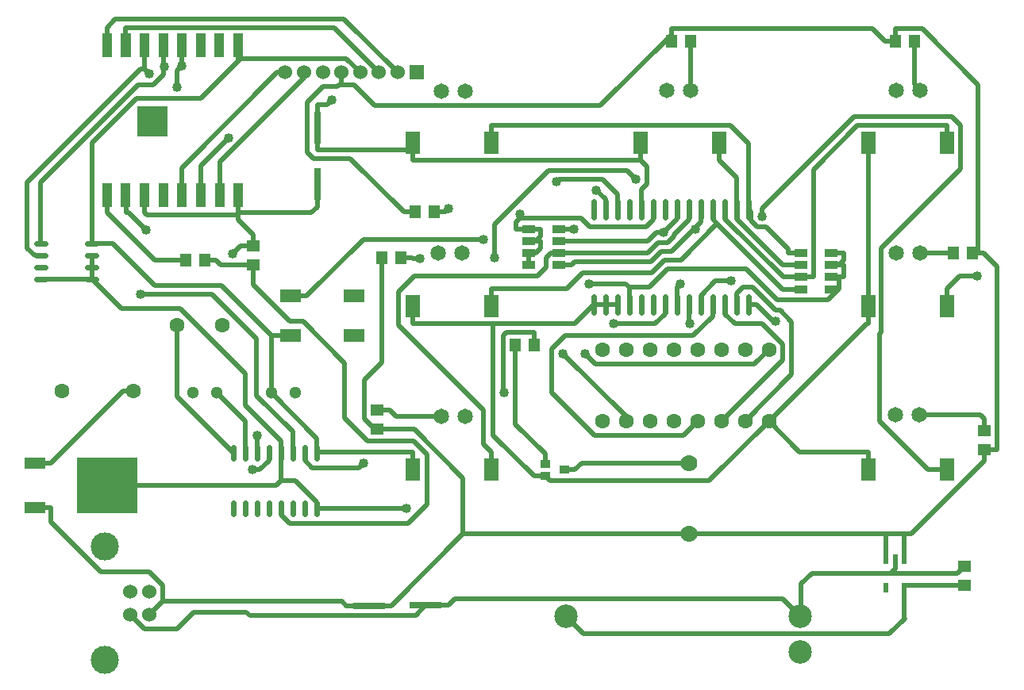
<source format=gtl>
G04 Layer: TopLayer*
G04 EasyEDA v6.2.46, 2019-11-10T21:10:00+07:00*
G04 036f7757b27e478886c894ae7df38c4b,e5c1abbfa1e54b71a98531a1dec44753,10*
G04 Gerber Generator version 0.2*
G04 Scale: 100 percent, Rotated: No, Reflected: No *
G04 Dimensions in millimeters *
G04 leading zeros omitted , absolute positions ,3 integer and 3 decimal *
%FSLAX33Y33*%
%MOMM*%
G90*
G71D02*

%ADD11C,0.510007*%
%ADD12C,0.599999*%
%ADD13C,1.020013*%
%ADD14R,1.160018X1.450010*%
%ADD15R,1.450010X1.160018*%
%ADD16R,1.054100X0.825500*%
%ADD17R,1.375004X0.899998*%
%ADD18R,0.799998X3.499866*%
%ADD19R,3.499866X0.799998*%
%ADD20R,1.499997X2.399995*%
%ADD21R,2.250008X1.399997*%
%ADD22R,2.199996X1.199998*%
%ADD23R,6.499987X6.000013*%
%ADD24R,1.099998X2.499995*%
%ADD25R,3.199994X3.199994*%
%ADD26R,0.550012X0.999998*%
%ADD27C,1.299997*%
%ADD28C,1.599997*%
%ADD29C,1.651000*%
%ADD30C,1.778000*%
%ADD31C,1.524000*%
%ADD32C,2.999994*%
%ADD33R,1.524000X1.524000*%
%ADD34C,2.499995*%

%LPD*%
G54D11*
G01X26797Y27609D02*
G01X26797Y29367D01*
G01X26875Y29446D01*
G01X28067Y27609D02*
G01X28067Y26763D01*
G01X27104Y25801D01*
G01X26304Y25801D01*
G01X52011Y41427D02*
G01X60711Y41427D01*
G01X62738Y43456D01*
G01X43426Y41427D02*
G01X52011Y41427D01*
G01X56357Y25120D02*
G01X52011Y29464D01*
G01X52011Y41427D01*
G01X24813Y69448D02*
G01X20812Y65448D01*
G01X13980Y65448D01*
G01X9217Y60683D01*
G01X9217Y49911D01*
G01X33268Y62336D02*
G01X33268Y64734D01*
G01X34798Y65278D02*
G01X34254Y64734D01*
G01X33268Y64734D01*
G01X67713Y58859D02*
G01X68399Y58173D01*
G01X68399Y56309D01*
G01X67818Y55727D01*
G01X67818Y53571D01*
G01X92003Y41427D02*
G01X91846Y41427D01*
G01X81407Y30988D01*
G01X33268Y59938D02*
G01X43426Y59938D01*
G01X43426Y58859D02*
G01X67713Y58859D01*
G01X43426Y59938D02*
G01X43426Y60706D01*
G01X43426Y59781D02*
G01X43426Y59938D01*
G01X33268Y62336D02*
G01X33268Y59938D01*
G01X9217Y49911D02*
G01X11463Y49911D01*
G01X15930Y45443D01*
G01X23009Y45443D01*
G01X28321Y40132D01*
G01X57531Y25120D02*
G01X56357Y25120D01*
G01X28321Y34036D02*
G01X33228Y29128D01*
G01X33228Y27691D01*
G01X13309Y10307D02*
G01X14777Y8839D01*
G01X18290Y8839D01*
G01X20071Y10619D01*
G01X25666Y10619D01*
G01X26047Y10238D01*
G01X43741Y10238D01*
G01X44810Y11308D01*
G01X24813Y69448D02*
G01X25062Y69697D01*
G01X36332Y69697D01*
G01X37830Y68199D01*
G01X24813Y71120D02*
G01X24813Y69448D01*
G01X43426Y43273D02*
G01X43426Y41427D01*
G01X92003Y43273D02*
G01X92003Y60706D01*
G01X92003Y42351D02*
G01X92003Y43273D01*
G01X92003Y42351D02*
G01X92003Y41427D01*
G01X57531Y25120D02*
G01X58056Y24594D01*
G01X75016Y24594D01*
G01X81407Y30988D01*
G01X81407Y30988D02*
G01X84703Y27691D01*
G01X92003Y27691D01*
G01X67713Y60706D02*
G01X67713Y58859D01*
G01X44810Y11308D02*
G01X47208Y11308D01*
G01X47208Y11308D02*
G01X47927Y12026D01*
G01X82864Y12026D01*
G01X84762Y10129D01*
G01X43426Y59781D02*
G01X43426Y58859D01*
G01X33228Y27691D02*
G01X43426Y27691D01*
G01X33147Y27609D02*
G01X33228Y27691D01*
G01X92003Y25844D02*
G01X92003Y27691D01*
G01X28321Y40132D02*
G01X28321Y34036D01*
G01X28321Y40132D02*
G01X28580Y40132D01*
G01X30353Y40132D02*
G01X28580Y40132D01*
G01X62738Y43456D02*
G01X64008Y43456D01*
G01X64008Y43456D02*
G01X65278Y43456D01*
G01X43426Y25844D02*
G01X43426Y27691D01*
G01X3108Y26492D02*
G01X4856Y26492D01*
G01X4856Y26492D02*
G01X12527Y34163D01*
G01X13589Y34163D01*
G01X24257Y27609D02*
G01X18249Y33616D01*
G01X18249Y41236D01*
G01X9217Y47371D02*
G01X9217Y48641D01*
G01X9217Y46101D02*
G01X9217Y47371D01*
G01X66548Y45252D02*
G01X66139Y45664D01*
G01X62217Y45664D01*
G01X66548Y45252D02*
G01X68646Y45252D01*
G01X70617Y47226D01*
G01X78999Y47226D01*
G01X82257Y43967D01*
G01X87734Y43967D01*
G01X88831Y45064D01*
G01X66548Y43456D02*
G01X66548Y45252D01*
G01X54843Y52664D02*
G01X54419Y52237D01*
G01X54419Y51490D01*
G01X69088Y53571D02*
G01X69088Y52506D01*
G01X68290Y51709D01*
G01X62334Y51709D01*
G01X61379Y52664D01*
G01X54843Y52664D01*
G01X54841Y53040D02*
G01X54843Y53035D01*
G01X54843Y52664D01*
G01X24193Y48826D02*
G01X25024Y49657D01*
G01X26416Y49657D01*
G01X56085Y50200D02*
G01X55753Y50200D01*
G01X56085Y50200D02*
G01X56421Y50200D01*
G01X3736Y46101D02*
G01X9217Y46101D01*
G01X56085Y48915D02*
G01X55753Y48582D01*
G01X55753Y47625D01*
G01X56085Y48915D02*
G01X56421Y48915D01*
G01X55753Y48915D02*
G01X56085Y48915D01*
G01X88831Y45064D02*
G01X88889Y45123D01*
G01X88889Y46355D01*
G01X88082Y45064D02*
G01X88831Y45064D01*
G01X29337Y27609D02*
G01X29337Y28879D01*
G01X25527Y32689D01*
G01X25527Y36057D01*
G01X18600Y42984D01*
G01X12334Y42984D01*
G01X9217Y46101D01*
G01X55753Y51490D02*
G01X54419Y51490D01*
G01X24820Y53223D02*
G01X32616Y53223D01*
G01X33279Y53883D01*
G01X42765Y21666D02*
G01X33147Y21666D01*
G01X29337Y24638D02*
G01X30899Y24638D01*
G01X33147Y22390D01*
G01X33147Y21666D01*
G01X88851Y47640D02*
G01X88082Y47640D01*
G01X89415Y48930D02*
G01X89415Y48204D01*
G01X88851Y47640D01*
G01X88851Y47640D02*
G01X89415Y47640D01*
G01X88082Y48930D02*
G01X89415Y48930D01*
G01X88750Y46355D02*
G01X88889Y46355D01*
G01X88889Y46355D02*
G01X89415Y46355D01*
G01X88082Y46355D02*
G01X88750Y46355D01*
G01X89415Y47640D02*
G01X89415Y46355D01*
G01X56560Y50200D02*
G01X57086Y50726D01*
G01X57086Y51490D01*
G01X56421Y50200D02*
G01X56560Y50200D01*
G01X56560Y50200D02*
G01X57086Y50200D01*
G01X55753Y51490D02*
G01X57086Y51490D01*
G01X56421Y48915D02*
G01X56565Y48915D01*
G01X57086Y49436D01*
G01X57086Y50200D01*
G01X24820Y53223D02*
G01X24820Y52999D01*
G01X24820Y55118D02*
G01X24820Y53223D01*
G01X33279Y56281D02*
G01X33279Y53883D01*
G01X29337Y24638D02*
G01X29337Y27609D01*
G01X10861Y24130D02*
G01X28829Y24130D01*
G01X29337Y24638D01*
G01X24820Y52999D02*
G01X24820Y52478D01*
G01X26416Y50883D01*
G01X14820Y53223D02*
G01X15044Y52999D01*
G01X24820Y52999D01*
G01X14820Y55120D02*
G01X14820Y53223D01*
G01X26416Y49657D02*
G01X26416Y50883D01*
G01X12827Y55118D02*
G01X12827Y53220D01*
G01X12827Y53220D02*
G01X13116Y53220D01*
G01X14991Y51348D01*
G01X73499Y51569D02*
G01X71033Y49100D01*
G01X69938Y49100D01*
G01X68798Y47960D01*
G01X60670Y47960D01*
G01X60332Y47625D01*
G01X73499Y51569D02*
G01X73583Y51485D01*
G01X74168Y53571D02*
G01X74168Y52235D01*
G01X73499Y51569D01*
G01X100403Y43273D02*
G01X100403Y45123D01*
G01X103647Y46471D02*
G01X101754Y46471D01*
G01X100403Y45123D01*
G01X58999Y47625D02*
G01X60332Y47625D01*
G01X72898Y53571D02*
G01X72898Y52453D01*
G01X71330Y50886D01*
G01X71330Y50680D01*
G01X70652Y50002D01*
G01X69565Y50002D01*
G01X68478Y48915D01*
G01X58999Y48915D01*
G01X51826Y25844D02*
G01X51826Y27691D01*
G01X51826Y27691D02*
G01X50970Y28547D01*
G01X50970Y32133D01*
G01X41894Y41206D01*
G01X41894Y44767D01*
G01X43568Y46441D01*
G01X56702Y46441D01*
G01X57650Y47388D01*
G01X57650Y48409D01*
G01X58155Y48915D01*
G01X58999Y48915D01*
G01X18816Y68945D02*
G01X18247Y68376D01*
G01X18247Y66603D01*
G01X18816Y71120D02*
G01X18816Y68945D01*
G01X60629Y51485D02*
G01X60337Y51485D01*
G01X60332Y51490D01*
G01X58999Y51490D02*
G01X60332Y51490D01*
G01X56388Y40487D02*
G01X53451Y40487D01*
G01X53080Y40116D01*
G01X53080Y34109D01*
G01X53185Y34005D01*
G01X56388Y39116D02*
G01X56388Y40487D01*
G01X79248Y43456D02*
G01X80103Y43456D01*
G01X81912Y41648D01*
G01X82125Y41648D01*
G01X72898Y43456D02*
G01X72898Y41417D01*
G01X72953Y41361D01*
G01X74168Y43456D02*
G01X74168Y44396D01*
G01X75730Y45958D01*
G01X77383Y45958D01*
G01X75438Y43456D02*
G01X75438Y42189D01*
G01X73350Y40098D01*
G01X59695Y40098D01*
G01X58277Y38681D01*
G01X58277Y34051D01*
G01X62849Y29479D01*
G01X72278Y29479D01*
G01X73787Y30988D01*
G01X32125Y44333D02*
G01X38196Y50403D01*
G01X50985Y50403D01*
G01X30353Y44333D02*
G01X32125Y44333D01*
G01X61765Y38221D02*
G01X62915Y37071D01*
G01X79870Y37071D01*
G01X81407Y38608D01*
G01X25527Y27609D02*
G01X25527Y30988D01*
G01X22479Y34036D01*
G01X35829Y66895D02*
G01X37134Y66895D01*
G01X39377Y64650D01*
G01X63456Y64650D01*
G01X70993Y72186D01*
G01X42461Y53340D02*
G01X36763Y59037D01*
G01X32842Y59037D01*
G01X32161Y59717D01*
G01X32161Y65044D01*
G01X33832Y66715D01*
G01X35354Y66715D01*
G01X35532Y66895D01*
G01X35829Y66895D01*
G01X35829Y66895D02*
G01X35829Y68199D01*
G01X94869Y71501D02*
G01X94869Y72872D01*
G01X103738Y48895D02*
G01X103738Y66916D01*
G01X97782Y72872D01*
G01X94869Y72872D01*
G01X103738Y48895D02*
G01X104350Y48895D01*
G01X103124Y48895D02*
G01X103738Y48895D01*
G01X43688Y53340D02*
G01X42461Y53340D01*
G01X40132Y47701D02*
G01X40132Y48387D01*
G01X40132Y47701D02*
G01X40132Y47015D01*
G01X40132Y47015D02*
G01X40132Y37249D01*
G01X38252Y35369D01*
G01X38252Y31229D01*
G01X39382Y30099D01*
G01X39624Y30099D01*
G01X70993Y72186D02*
G01X70993Y72872D01*
G01X70993Y71501D02*
G01X70993Y72186D01*
G01X38755Y11297D02*
G01X36357Y11297D01*
G01X16776Y11775D02*
G01X35882Y11775D01*
G01X36357Y11297D01*
G01X48788Y18933D02*
G01X48788Y24917D01*
G01X43604Y30099D01*
G01X39624Y30099D01*
G01X16776Y11775D02*
G01X15308Y10307D01*
G01X4861Y21767D02*
G01X4861Y20238D01*
G01X10182Y14917D01*
G01X15328Y14917D01*
G01X16776Y13469D01*
G01X16776Y11775D01*
G01X39954Y11297D02*
G01X38755Y11297D01*
G01X39954Y11297D02*
G01X41153Y11297D01*
G01X93809Y71501D02*
G01X92435Y72872D01*
G01X70993Y72872D01*
G01X94869Y71501D02*
G01X93809Y71501D01*
G01X104394Y27940D02*
G01X105765Y27940D01*
G01X104350Y48895D02*
G01X105765Y47480D01*
G01X105765Y27940D01*
G01X48788Y18933D02*
G01X41153Y11297D01*
G01X72898Y18933D02*
G01X48788Y18933D01*
G01X104394Y27940D02*
G01X104394Y26713D01*
G01X104394Y26713D02*
G01X96613Y18933D01*
G01X72898Y18933D01*
G01X3114Y21767D02*
G01X4861Y21767D01*
G01X19177Y48133D02*
G01X15902Y48133D01*
G01X10815Y53220D01*
G01X10815Y55118D02*
G01X10815Y53220D01*
G01X83502Y48930D02*
G01X83502Y49316D01*
G01X81107Y51711D01*
G01X80187Y51711D01*
G01X79509Y52390D01*
G01X79509Y53309D01*
G01X79248Y53571D01*
G01X79248Y53571D02*
G01X79248Y60576D01*
G01X77271Y62552D01*
G01X51826Y62552D01*
G01X51826Y60706D02*
G01X51826Y62552D01*
G01X84836Y48930D02*
G01X83502Y48930D01*
G01X100403Y60706D02*
G01X100403Y62552D01*
G01X84836Y46355D02*
G01X86169Y46355D01*
G01X86169Y46355D02*
G01X86169Y57863D01*
G01X90858Y62552D01*
G01X100403Y62552D01*
G01X76708Y53571D02*
G01X76708Y52583D01*
G01X82936Y46355D01*
G01X84836Y46355D01*
G01X52176Y48404D02*
G01X52176Y52011D01*
G01X57912Y57746D01*
G01X66286Y57746D01*
G01X67243Y56789D01*
G01X71628Y43456D02*
G01X71628Y45323D01*
G01X71927Y45623D01*
G01X59441Y38209D02*
G01X66167Y31483D01*
G01X66167Y30988D01*
G01X38160Y26466D02*
G01X37670Y25976D01*
G01X32715Y25976D01*
G01X31877Y26812D01*
G01X31877Y27609D01*
G01X12816Y71120D02*
G01X12816Y73017D01*
G01X39829Y68199D02*
G01X35011Y73019D01*
G01X12816Y73019D01*
G01X12816Y73017D01*
G01X26416Y47625D02*
G01X25044Y47625D01*
G01X25044Y47625D02*
G01X22943Y47625D01*
G01X22435Y48133D01*
G01X26416Y47625D02*
G01X26416Y45529D01*
G01X30335Y41610D01*
G01X31729Y41610D01*
G01X36189Y37150D01*
G01X36189Y31295D01*
G01X38613Y28872D01*
G01X43555Y28872D01*
G01X44970Y27457D01*
G01X44970Y22123D01*
G01X42895Y20045D01*
G01X30269Y20045D01*
G01X29337Y20977D01*
G01X29337Y21666D01*
G01X21209Y48133D02*
G01X22435Y48133D01*
G01X58999Y50200D02*
G01X68486Y50200D01*
G01X69446Y51160D01*
G01X70175Y51160D01*
G01X70175Y51160D02*
G01X71628Y52613D01*
G01X71628Y53571D01*
G01X100403Y25844D02*
G01X98381Y25844D01*
G01X93207Y31018D01*
G01X93207Y40294D01*
G01X93398Y40487D01*
G01X93398Y49453D01*
G01X101828Y57884D01*
G01X101828Y62575D01*
G01X100949Y63454D01*
G01X90477Y63454D01*
G01X80665Y53644D01*
G01X80665Y52870D01*
G01X76708Y43456D02*
G01X76708Y42453D01*
G01X77774Y41386D01*
G01X80678Y41386D01*
G01X82867Y39194D01*
G01X82867Y37528D01*
G01X76327Y30988D01*
G01X77978Y43456D02*
G01X77978Y44584D01*
G01X78648Y45252D01*
G01X79695Y45252D01*
G01X82141Y42804D01*
G01X82603Y42804D01*
G01X83840Y41569D01*
G01X83840Y35961D01*
G01X78867Y30988D01*
G01X65278Y53571D02*
G01X65278Y55209D01*
G01X63647Y56840D01*
G01X59019Y56840D01*
G01X58742Y56563D01*
G01X14813Y68539D02*
G01X15288Y68064D01*
G01X14813Y69225D02*
G01X14813Y68539D01*
G01X3736Y48641D02*
G01X3091Y48641D01*
G01X2283Y49448D01*
G01X2283Y56471D01*
G01X14353Y68539D01*
G01X14813Y68539D01*
G01X14813Y71122D02*
G01X14813Y69225D01*
G01X59563Y25781D02*
G01X60736Y25781D01*
G01X72898Y26532D02*
G01X61488Y26532D01*
G01X60736Y25781D01*
G01X54356Y39116D02*
G01X54356Y30675D01*
G01X57531Y27500D01*
G01X57531Y26441D02*
G01X57531Y27500D01*
G01X76113Y58859D02*
G01X77978Y56995D01*
G01X77978Y53571D01*
G01X76113Y60706D02*
G01X76113Y58859D01*
G01X84836Y47640D02*
G01X82925Y47640D01*
G01X77978Y52588D01*
G01X77978Y53571D01*
G01X75897Y52085D02*
G01X72011Y48199D01*
G01X70312Y48199D01*
G01X68935Y46819D01*
G01X61539Y46819D01*
G01X59839Y45123D01*
G01X51826Y45123D01*
G01X75897Y52085D02*
G01X75438Y52547D01*
G01X75438Y53571D01*
G01X83502Y45064D02*
G01X82920Y45064D01*
G01X75897Y52085D01*
G01X51826Y43273D02*
G01X51826Y45123D01*
G01X84836Y45064D02*
G01X83502Y45064D01*
G01X42164Y48387D02*
G01X43390Y48387D01*
G01X44231Y48326D02*
G01X43454Y48326D01*
G01X43390Y48387D01*
G01X73025Y66294D02*
G01X73025Y66294D01*
G01X73025Y71501D01*
G01X97536Y66294D02*
G01X96901Y66929D01*
G01X96901Y71501D01*
G01X46946Y53340D02*
G01X46946Y53360D01*
G01X47233Y53647D01*
G01X45720Y53340D02*
G01X46946Y53340D01*
G01X97536Y48895D02*
G01X101092Y48895D01*
G01X39624Y32131D02*
G01X40995Y32131D01*
G01X46482Y31496D02*
G01X41630Y31496D01*
G01X40995Y32131D01*
G01X104394Y29972D02*
G01X104394Y31198D01*
G01X97409Y31623D02*
G01X103969Y31623D01*
G01X104394Y31198D01*
G01X70358Y43456D02*
G01X70358Y42433D01*
G01X69283Y41358D01*
G01X64856Y41358D01*
G01X16814Y68869D02*
G01X16814Y67952D01*
G01X15768Y66908D01*
G01X14165Y66908D01*
G01X3736Y56479D01*
G01X3736Y49911D01*
G01X16814Y68869D02*
G01X16939Y68869D01*
G01X63014Y55646D02*
G01X64008Y54653D01*
G01X64008Y53571D01*
G01X16814Y69225D02*
G01X16814Y68869D01*
G01X16814Y71120D02*
G01X16814Y69225D01*
G01X14351Y44538D02*
G01X21983Y44538D01*
G01X26748Y39776D01*
G01X26748Y33703D01*
G01X30607Y29845D01*
G01X30607Y27609D01*
G01X10815Y73017D02*
G01X11719Y73921D01*
G01X36108Y73921D01*
G01X41831Y68199D01*
G01X10815Y71120D02*
G01X10815Y73017D01*
G01X18823Y55118D02*
G01X18823Y58033D01*
G01X28989Y68199D01*
G01X29829Y68199D01*
G01X23774Y61229D02*
G01X20820Y58275D01*
G01X20820Y57015D01*
G01X20820Y55118D02*
G01X20820Y57015D01*
G01X31831Y68199D02*
G01X31831Y67650D01*
G01X22824Y58643D01*
G01X22824Y55118D01*
G01X59763Y10130D02*
G01X61639Y8255D01*
G01X94234Y8255D01*
G01X95885Y9906D01*
G01X95818Y9972D01*
G01X95818Y13232D01*
G01X95818Y13232D02*
G01X96048Y13462D01*
G01X102235Y13462D01*
G01X95818Y16232D02*
G01X95818Y18933D01*
G01X94869Y16232D02*
G01X94869Y15240D01*
G01X94361Y14732D01*
G01X85979Y14732D01*
G01X84836Y13589D01*
G01X84836Y10202D01*
G01X84763Y10130D01*
G01X102235Y15494D02*
G01X101473Y14732D01*
G01X94361Y14732D01*
G01X93919Y16232D02*
G01X93919Y18933D01*
G54D12*
G01X4197Y49911D02*
G01X3277Y49911D01*
G01X4197Y48641D02*
G01X3277Y48641D01*
G01X4197Y47371D02*
G01X3277Y47371D01*
G01X4197Y46101D02*
G01X3277Y46101D01*
G01X9676Y49911D02*
G01X8756Y49911D01*
G01X9676Y48641D02*
G01X8756Y48641D01*
G01X9676Y47371D02*
G01X8756Y47371D01*
G01X9676Y46101D02*
G01X8756Y46101D01*
G01X79248Y54421D02*
G01X79248Y52721D01*
G01X77978Y54421D02*
G01X77978Y52721D01*
G01X76708Y54421D02*
G01X76708Y52721D01*
G01X75438Y54421D02*
G01X75438Y52721D01*
G01X74168Y54421D02*
G01X74168Y52721D01*
G01X72898Y54421D02*
G01X72898Y52721D01*
G01X71628Y54421D02*
G01X71628Y52721D01*
G01X70358Y54421D02*
G01X70358Y52721D01*
G01X69088Y54421D02*
G01X69088Y52721D01*
G01X67818Y54421D02*
G01X67818Y52721D01*
G01X66548Y54421D02*
G01X66548Y52721D01*
G01X65278Y54421D02*
G01X65278Y52721D01*
G01X64008Y54421D02*
G01X64008Y52721D01*
G01X62738Y54421D02*
G01X62738Y52721D01*
G01X79248Y44306D02*
G01X79248Y42606D01*
G01X77978Y44306D02*
G01X77978Y42606D01*
G01X76708Y44306D02*
G01X76708Y42606D01*
G01X75438Y44306D02*
G01X75438Y42606D01*
G01X74168Y44306D02*
G01X74168Y42606D01*
G01X72898Y44306D02*
G01X72898Y42606D01*
G01X71628Y44306D02*
G01X71628Y42606D01*
G01X70358Y44306D02*
G01X70358Y42606D01*
G01X69088Y44306D02*
G01X69088Y42606D01*
G01X67818Y44306D02*
G01X67818Y42606D01*
G01X66548Y44306D02*
G01X66548Y42606D01*
G01X65278Y44306D02*
G01X65278Y42606D01*
G01X64008Y44306D02*
G01X64008Y42606D01*
G01X62738Y44306D02*
G01X62738Y42606D01*
G01X24257Y22266D02*
G01X24257Y21066D01*
G01X25527Y22266D02*
G01X25527Y21066D01*
G01X26797Y22266D02*
G01X26797Y21066D01*
G01X28067Y22266D02*
G01X28067Y21066D01*
G01X29337Y22266D02*
G01X29337Y21066D01*
G01X30607Y22266D02*
G01X30607Y21066D01*
G01X31877Y22266D02*
G01X31877Y21066D01*
G01X33147Y22266D02*
G01X33147Y21066D01*
G01X24257Y28209D02*
G01X24257Y27009D01*
G01X25527Y28209D02*
G01X25527Y27009D01*
G01X26797Y28209D02*
G01X26797Y27009D01*
G01X28067Y28209D02*
G01X28067Y27009D01*
G01X29337Y28209D02*
G01X29337Y27009D01*
G01X30607Y28209D02*
G01X30607Y27009D01*
G01X31877Y28209D02*
G01X31877Y27009D01*
G01X33147Y28209D02*
G01X33147Y27009D01*
G54D14*
G01X19177Y48133D03*
G01X21209Y48133D03*
G54D15*
G01X26416Y47625D03*
G01X26416Y49657D03*
G54D16*
G01X59563Y25781D03*
G01X57531Y25120D03*
G01X57531Y26441D03*
G54D17*
G01X84836Y48930D03*
G01X84836Y47640D03*
G01X84836Y46355D03*
G01X84836Y45064D03*
G01X88082Y45064D03*
G01X88082Y46355D03*
G01X88082Y47640D03*
G01X88082Y48930D03*
G01X58999Y47625D03*
G01X58999Y48915D03*
G01X58999Y50200D03*
G01X58999Y51490D03*
G01X55753Y51490D03*
G01X55753Y50200D03*
G01X55753Y48915D03*
G01X55753Y47625D03*
G54D14*
G01X56388Y39116D03*
G01X54356Y39116D03*
G54D18*
G01X33279Y56281D03*
G01X33268Y62336D03*
G54D19*
G01X38755Y11297D03*
G01X44810Y11308D03*
G54D14*
G01X42164Y48387D03*
G01X40132Y48387D03*
G01X73025Y71501D03*
G01X70993Y71501D03*
G01X96901Y71501D03*
G01X94869Y71501D03*
G01X45720Y53340D03*
G01X43688Y53340D03*
G01X101092Y48895D03*
G01X103124Y48895D03*
G54D15*
G01X39624Y32131D03*
G01X39624Y30099D03*
G01X104394Y29972D03*
G01X104394Y27940D03*
G54D20*
G01X43425Y60706D03*
G01X51824Y60706D03*
G01X67713Y60706D03*
G01X76113Y60706D03*
G01X92002Y60706D03*
G01X100402Y60706D03*
G01X43425Y43275D03*
G01X51824Y43275D03*
G01X92002Y25844D03*
G01X100402Y25844D03*
G01X43425Y25844D03*
G01X51824Y25844D03*
G01X92002Y43275D03*
G01X100402Y43275D03*
G54D21*
G01X30353Y44332D03*
G01X37153Y44332D03*
G01X30353Y40132D03*
G01X37153Y40132D03*
G54D22*
G01X3114Y21767D03*
G01X3108Y26492D03*
G54D23*
G01X10861Y24130D03*
G54D24*
G01X10815Y55118D03*
G01X12826Y55118D03*
G01X14819Y55120D03*
G01X16828Y55119D03*
G01X18824Y55118D03*
G01X20820Y55119D03*
G01X22824Y55118D03*
G01X24820Y55119D03*
G01X10815Y71120D03*
G36*
G01X12265Y69870D02*
G01X12265Y72369D01*
G01X13365Y72369D01*
G01X13365Y69870D01*
G01X12265Y69870D01*
G37*
G01X14814Y71122D03*
G01X16813Y71121D03*
G01X18815Y71120D03*
G01X20815Y71121D03*
G01X22815Y71120D03*
G01X24813Y71120D03*
G54D25*
G01X15641Y62992D03*
G54D15*
G01X102235Y13462D03*
G01X102235Y15494D03*
G54D26*
G01X95818Y13232D03*
G01X93919Y13232D03*
G01X93919Y16232D03*
G01X94869Y16232D03*
G01X95818Y16232D03*
G54D27*
G01X28321Y34036D03*
G01X30861Y34036D03*
G01X19939Y34036D03*
G01X22479Y34036D03*
G54D28*
G01X23151Y41237D03*
G01X18250Y41237D03*
G54D29*
G01X46482Y66167D03*
G01X49022Y66167D03*
G01X73025Y66294D03*
G01X70485Y66294D03*
G01X97536Y66294D03*
G01X94996Y66294D03*
G01X46101Y48895D03*
G01X48641Y48895D03*
G01X97536Y48895D03*
G01X94996Y48895D03*
G01X46482Y31496D03*
G01X49022Y31496D03*
G01X97409Y31623D03*
G01X94869Y31623D03*
G54D28*
G01X13589Y34163D03*
G01X5969Y34163D03*
G01X63627Y30988D03*
G01X66167Y30988D03*
G01X68707Y30988D03*
G01X71247Y30988D03*
G01X73787Y30988D03*
G01X76327Y30988D03*
G01X78867Y30988D03*
G01X81407Y30988D03*
G01X81407Y38608D03*
G01X78867Y38608D03*
G01X76327Y38608D03*
G01X73787Y38608D03*
G01X71247Y38608D03*
G01X68707Y38608D03*
G01X66167Y38608D03*
G01X63627Y38608D03*
G54D30*
G01X72898Y18933D03*
G01X72898Y26532D03*
G54D31*
G01X15308Y10306D03*
G01X15308Y12806D03*
G01X13308Y12806D03*
G01X13308Y10306D03*
G54D32*
G01X10598Y5536D03*
G01X10598Y17576D03*
G54D31*
G01X31831Y68199D03*
G01X33831Y68199D03*
G01X35831Y68199D03*
G01X37831Y68199D03*
G01X39831Y68199D03*
G01X41831Y68199D03*
G54D33*
G01X43831Y68199D03*
G54D31*
G01X29831Y68199D03*
G54D34*
G01X84763Y10130D03*
G01X84763Y6380D03*
G01X59763Y10130D03*
G54D13*
G01X26875Y29446D03*
G01X26304Y25801D03*
G01X34798Y65278D03*
G01X62217Y45664D03*
G01X54841Y53040D03*
G01X24193Y48826D03*
G01X42765Y21666D03*
G01X14991Y51348D03*
G01X103647Y46471D03*
G01X73583Y51485D03*
G01X18247Y66603D03*
G01X60629Y51485D03*
G01X18816Y68945D03*
G01X53185Y34005D03*
G01X82125Y41648D03*
G01X72953Y41361D03*
G01X77383Y45958D03*
G01X61765Y38221D03*
G01X50985Y50403D03*
G01X59441Y38209D03*
G01X52176Y48404D03*
G01X67243Y56789D03*
G01X71927Y45623D03*
G01X38160Y26466D03*
G01X70175Y51160D03*
G01X80665Y52870D03*
G01X58742Y56563D03*
G01X15288Y68064D03*
G01X44231Y48326D03*
G01X47233Y53647D03*
G01X64856Y41358D03*
G01X63014Y55646D03*
G01X16939Y68869D03*
G01X14351Y44538D03*
G01X23774Y61229D03*
M00*
M02*

</source>
